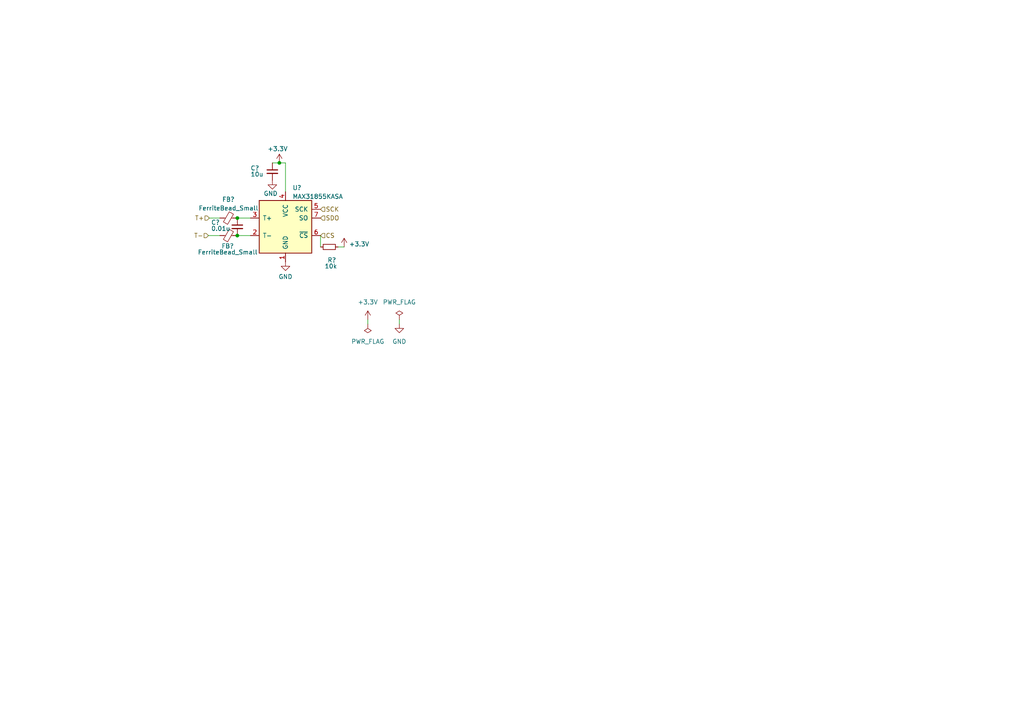
<source format=kicad_sch>
(kicad_sch (version 20211123) (generator eeschema)
  (paper "A4")
  (lib_symbols
    (symbol "Device:C_Small" (pin_numbers hide) (pin_names (offset 0.254) hide)
      (property "Reference" "C" (at 0.254 1.778 0))
      (property "Value" "C_Small" (at 0.254 -2.032 0))
      (symbol "C_Small_0_1"
        (polyline (pts (xy -1.524 -0.508) (xy 1.524 -0.508)) (stroke (width 0.3302)))
        (polyline (pts (xy -1.524 0.508) (xy 1.524 0.508)) (stroke (width 0.3048)))
      )
      (symbol "C_Small_1_1"
        (pin passive line (at 0 2.54 270) (length 2.032) (name "~") (number "1"))
        (pin passive line (at 0 -2.54 90) (length 2.032) (name "~") (number "2"))
      )
    )
    (symbol "Device:FerriteBead_Small" (pin_numbers hide) (pin_names (offset 0))
      (property "Reference" "FB" (at 1.905 1.27 0))
      (property "Value" "FerriteBead_Small" (at 1.905 -1.27 0))
      (symbol "FerriteBead_Small_0_1"
        (polyline (pts (xy 0 -1.27) (xy 0 -0.7874)))
        (polyline (pts (xy 0 0.889) (xy 0 1.2954)))
        (polyline (pts (xy -1.8288 0.2794) (xy -1.1176 1.4986) (xy 1.8288 -0.2032) (xy 1.1176 -1.4224) (xy -1.8288 0.2794)))
      )
      (symbol "FerriteBead_Small_1_1"
        (pin passive line (at 0 2.54 270) (length 1.27) (name "~") (number "1"))
        (pin passive line (at 0 -2.54 90) (length 1.27) (name "~") (number "2"))
      )
    )
    (symbol "Device:R_Small" (pin_numbers hide) (pin_names (offset 0.254) hide)
      (property "Reference" "R" (at 0.762 0.508 0))
      (property "Value" "R_Small" (at 0.762 -1.016 0))
      (symbol "R_Small_0_1"
        (rectangle (start -0.762 1.778) (end 0.762 -1.778) (stroke (width 0.2032)))
      )
      (symbol "R_Small_1_1"
        (pin passive line (at 0 2.54 270) (length 0.762) (name "~") (number "1"))
        (pin passive line (at 0 -2.54 90) (length 0.762) (name "~") (number "2"))
      )
    )
    (symbol "Sensor_Temperature:MAX31855KASA" (pin_names (offset 1.016))
      (property "Reference" "U" (at -7.62 8.89 0))
      (property "Value" "MAX31855KASA" (at 1.27 8.89 0))
      (symbol "MAX31855KASA_0_1"
        (rectangle (start -7.62 7.62) (end 7.62 -7.62) (stroke (width 0.254)) (fill (type background)))
      )
      (symbol "MAX31855KASA_1_1"
        (pin power_in line (at 0 -10.16 90) (length 2.54) (name "GND") (number "1"))
        (pin passive line (at -10.16 -2.54 0) (length 2.54) (name "T-") (number "2"))
        (pin passive line (at -10.16 2.54 0) (length 2.54) (name "T+") (number "3"))
        (pin power_in line (at 0 10.16 270) (length 2.54) (name "VCC") (number "4"))
        (pin input line (at 10.16 5.08 180) (length 2.54) (name "SCK") (number "5"))
        (pin input line (at 10.16 -2.54 180) (length 2.54) (name "~{CS}") (number "6"))
        (pin tri_state line (at 10.16 2.54 180) (length 2.54) (name "SO") (number "7"))
      )
    )
    (symbol "power:+3.3V" (power) (pin_names (offset 0))
      (property "Value" "+3.3V" (at 0 3.556 0))
      (symbol "+3.3V_0_1"
        (polyline (pts (xy -0.762 1.27) (xy 0 2.54)))
        (polyline (pts (xy 0 0) (xy 0 2.54)))
        (polyline (pts (xy 0 2.54) (xy 0.762 1.27)))
      )
      (symbol "+3.3V_1_1"
        (pin power_in line (at 0 0 90) (length 0) hide (name "+3.3V") (number "1"))
      )
    )
    (symbol "power:GND" (power) (pin_names (offset 0))
      (property "Value" "GND" (at 0 -3.81 0))
      (symbol "GND_0_1"
        (polyline (pts (xy 0 0) (xy 0 -1.27) (xy 1.27 -1.27) (xy 0 -2.54) (xy -1.27 -1.27) (xy 0 -1.27)))
      )
      (symbol "GND_1_1"
        (pin power_in line (at 0 0 270) (length 0) hide (name "GND") (number "1"))
      )
    )
    (symbol "power:PWR_FLAG" (power) (pin_numbers hide) (pin_names (offset 0) hide)
      (property "Value" "PWR_FLAG" (at 0 3.81 0))
      (symbol "PWR_FLAG_0_0"
        (pin power_out line (at 0 0 90) (length 0) (name "pwr") (number "1"))
      )
      (symbol "PWR_FLAG_0_1"
        (polyline (pts (xy 0 0) (xy 0 1.27) (xy -1.016 1.905) (xy 0 2.54) (xy 1.016 1.905) (xy 0 1.27)))
      )
    )
  )
  (junction (at 81.026 47.244))
  (junction (at 68.834 63.246))
  (junction (at 68.834 68.326))
  (wire (pts (xy 78.994 47.244) (xy 81.026 47.244)))
  (wire (pts (xy 60.706 63.246) (xy 63.754 63.246)))
  (wire (pts (xy 92.964 68.326) (xy 92.964 71.628)))
  (wire (pts (xy 115.824 92.71) (xy 115.824 93.98)))
  (wire (pts (xy 68.834 63.246) (xy 72.644 63.246)))
  (wire (pts (xy 68.834 68.326) (xy 72.644 68.326)))
  (wire (pts (xy 60.452 68.326) (xy 63.754 68.326)))
  (wire (pts (xy 106.68 93.98) (xy 106.68 92.71)))
  (wire (pts (xy 98.044 71.628) (xy 99.822 71.628)))
  (wire (pts (xy 81.026 47.244) (xy 82.804 47.244)))
  (wire (pts (xy 82.804 47.244) (xy 82.804 55.626)))
  (hierarchical_label "T-" (shape input) (at 60.452 68.326 180))
  (hierarchical_label "T+" (shape input) (at 60.706 63.246 180))
  (hierarchical_label "CS" (shape input) (at 92.964 68.326 0))
  (hierarchical_label "SCK" (shape input) (at 92.964 60.706 0))
  (hierarchical_label "SDO" (shape input) (at 92.964 63.246 0))
  (symbol (lib_id "Sensor_Temperature:MAX31855KASA") (at 82.804 65.786 0) (unit 1)
    (property "Reference" "U?" (at 84.8234 54.4662 0) (effects (justify left)))
    (property "Value" "MAX31855KASA" (at 84.8234 57.0031 0) (effects (justify left)))
    (property "Footprint" "Package_SO:SOIC-8_3.9x4.9mm_P1.27mm" (effects hide))
    (property "Datasheet" "http://datasheets.maximintegrated.com/en/ds/MAX31855.pdf" (effects hide))
  )
  (symbol (lib_id "power:+3.3V") (at 99.822 71.628 0) (unit 1)
    (property "Reference" "#PWR?" (effects hide))
    (property "Value" "+3.3V" (at 101.219 70.7918 0) (effects (justify left)))
  )
  (symbol (lib_id "Device:C_Small") (at 68.834 65.786 0) (unit 1)
    (property "Reference" "C?" (at 61.214 64.516 0) (effects (justify left)))
    (property "Value" "0.01u" (at 61.214 66.294 0) (effects (justify left)))
  )
  (symbol (lib_id "power:+3.3V") (at 81.026 47.244 0) (unit 1)
    (property "Reference" "#PWR?" (effects hide))
    (property "Value" "+3.3V" (at 80.518 43.18 0))
  )
  (symbol (lib_id "power:GND") (at 82.804 75.946 0) (unit 1)
    (property "Reference" "#PWR?" (effects hide))
    (property "Value" "GND" (at 82.804 80.264 0))
  )
  (symbol (lib_id "Device:R_Small") (at 95.504 71.628 90) (unit 1)
    (property "Reference" "R?" (at 97.536 75.438 90) (effects (justify left)))
    (property "Value" "10k" (at 97.79 77.216 90) (effects (justify left)))
  )
  (symbol (lib_id "Device:FerriteBead_Small") (at 66.294 68.326 90) (unit 1)
    (property "Reference" "FB?" (at 66.04 71.374 90))
    (property "Value" "FerriteBead_Small" (at 66.04 73.152 90))
  )
  (symbol (lib_id "power:PWR_FLAG") (at 115.824 92.71 0) (unit 1)
    (property "Reference" "#FLG?" (effects hide))
    (property "Value" "PWR_FLAG" (at 115.824 87.63 0))
  )
  (symbol (lib_id "power:+3.3V") (at 106.68 92.71 0) (unit 1)
    (property "Reference" "#PWR?" (effects hide))
    (property "Value" "+3.3V" (at 106.68 87.63 0))
  )
  (symbol (lib_id "power:GND") (at 115.824 93.98 0) (unit 1)
    (property "Reference" "#PWR?" (effects hide))
    (property "Value" "GND" (at 115.824 99.06 0))
  )
  (symbol (lib_id "Device:FerriteBead_Small") (at 66.294 63.246 90) (unit 1)
    (property "Reference" "FB?" (at 66.2559 57.8444 90))
    (property "Value" "FerriteBead_Small" (at 66.2559 60.3813 90))
  )
  (symbol (lib_id "power:GND") (at 78.994 52.324 0) (unit 1)
    (property "Reference" "#PWR?" (effects hide))
    (property "Value" "GND" (at 78.486 56.134 0))
  )
  (symbol (lib_id "Device:C_Small") (at 78.994 49.784 0) (unit 1)
    (property "Reference" "C?" (at 72.644 48.768 0) (effects (justify left)))
    (property "Value" "10u" (at 72.644 50.546 0) (effects (justify left)))
  )
  (symbol (lib_id "power:PWR_FLAG") (at 106.68 93.98 180) (unit 1)
    (property "Reference" "#FLG?" (effects hide))
    (property "Value" "PWR_FLAG" (at 106.68 99.06 0))
  )
)
</source>
